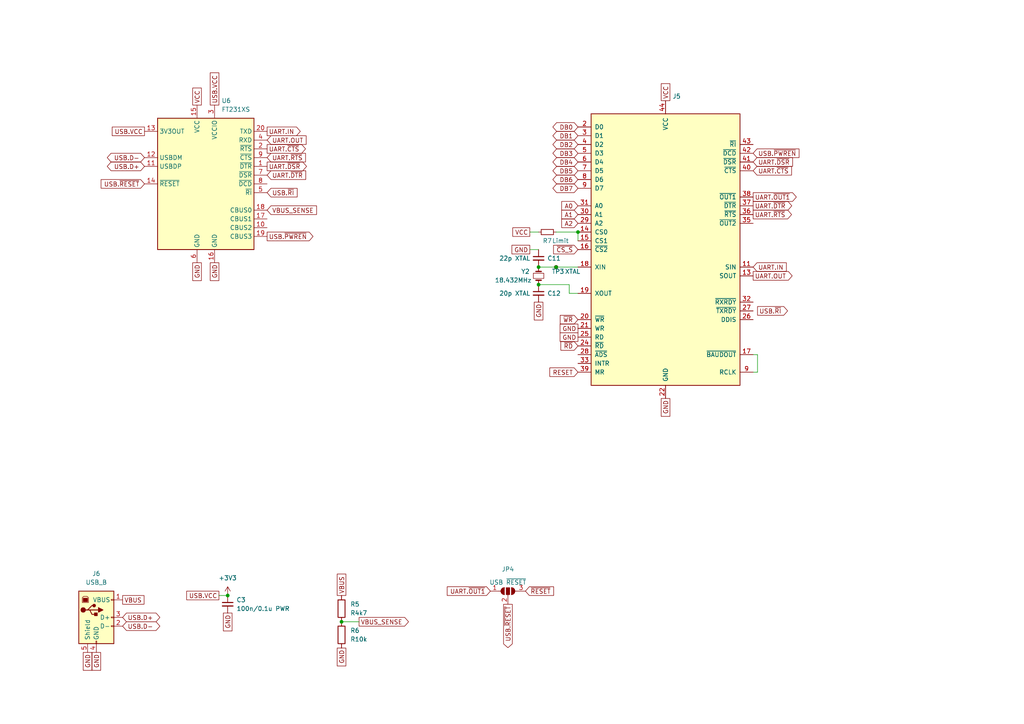
<source format=kicad_sch>
(kicad_sch (version 20211123) (generator eeschema)
  (paper "A4")
  (lib_symbols
    (symbol "16C550:16550" (pin_names (offset 1.016))
      (property "Reference" "U?" (at 2.0194 44.45 0))
      (property "Value" "16550" (at 2.0194 41.91 0))
      (symbol "16550_0_1"
        (rectangle (start -21.59 -39.37) (end 21.59 39.37) (stroke (width 0.254)) (fill (type background)))
      )
      (symbol "16550_1_1"
        (pin input line (at 25.4 -5.08 180) (length 3.81) (name "SIN") (number "11"))
        (pin output line (at 25.4 -7.62 180) (length 3.81) (name "SOUT") (number "13"))
        (pin input line (at -25.4 5.08 0) (length 3.81) (name "CS0") (number "14"))
        (pin input line (at -25.4 2.54 0) (length 3.81) (name "CS1") (number "15"))
        (pin input line (at -25.4 0 0) (length 3.81) (name "~{CS2}") (number "16"))
        (pin output line (at 25.4 -30.48 180) (length 3.81) (name "~{BAUDOUT}") (number "17"))
        (pin input line (at -25.4 -5.08 0) (length 3.81) (name "XIN") (number "18"))
        (pin output line (at -25.4 -12.7 0) (length 3.81) (name "XOUT") (number "19"))
        (pin bidirectional line (at -25.4 35.56 0) (length 3.81) (name "D0") (number "2"))
        (pin input line (at -25.4 -20.32 0) (length 3.81) (name "~{WR}") (number "20"))
        (pin input line (at -25.4 -22.86 0) (length 3.81) (name "WR") (number "21"))
        (pin power_in line (at 0 -43.18 90) (length 3.81) (name "GND") (number "22"))
        (pin input line (at -25.4 -27.94 0) (length 3.81) (name "~{RD}") (number "24"))
        (pin input line (at -25.4 -25.4 0) (length 3.81) (name "RD") (number "25"))
        (pin output line (at 25.4 -20.32 180) (length 3.81) (name "DDIS") (number "26"))
        (pin output line (at 25.4 -17.78 180) (length 3.81) (name "~{TXRDY}") (number "27"))
        (pin input line (at -25.4 -30.48 0) (length 3.81) (name "~{ADS}") (number "28"))
        (pin input line (at -25.4 7.62 0) (length 3.81) (name "A2") (number "29"))
        (pin bidirectional line (at -25.4 33.02 0) (length 3.81) (name "D1") (number "3"))
        (pin input line (at -25.4 10.16 0) (length 3.81) (name "A1") (number "30"))
        (pin input line (at -25.4 12.7 0) (length 3.81) (name "A0") (number "31"))
        (pin output line (at 25.4 -15.24 180) (length 3.81) (name "~{RXRDY}") (number "32"))
        (pin output line (at -25.4 -33.02 0) (length 3.81) (name "INTR") (number "33"))
        (pin output line (at 25.4 7.62 180) (length 3.81) (name "~{OUT2}") (number "35"))
        (pin output line (at 25.4 10.16 180) (length 3.81) (name "~{RTS}") (number "36"))
        (pin output line (at 25.4 12.7 180) (length 3.81) (name "~{DTR}") (number "37"))
        (pin output line (at 25.4 15.24 180) (length 3.81) (name "~{OUT1}") (number "38"))
        (pin input line (at -25.4 -35.56 0) (length 3.81) (name "MR") (number "39"))
        (pin bidirectional line (at -25.4 30.48 0) (length 3.81) (name "D2") (number "4"))
        (pin input line (at 25.4 22.86 180) (length 3.81) (name "~{CTS}") (number "40"))
        (pin input line (at 25.4 25.4 180) (length 3.81) (name "~{DSR}") (number "41"))
        (pin input line (at 25.4 27.94 180) (length 3.81) (name "~{DCD}") (number "42"))
        (pin input line (at 25.4 30.48 180) (length 3.81) (name "~{RI}") (number "43"))
        (pin power_in line (at 0 43.18 270) (length 3.81) (name "VCC") (number "44"))
        (pin bidirectional line (at -25.4 27.94 0) (length 3.81) (name "D3") (number "5"))
        (pin bidirectional line (at -25.4 25.4 0) (length 3.81) (name "D4") (number "6"))
        (pin bidirectional line (at -25.4 22.86 0) (length 3.81) (name "D5") (number "7"))
        (pin bidirectional line (at -25.4 20.32 0) (length 3.81) (name "D6") (number "8"))
        (pin bidirectional line (at -25.4 17.78 0) (length 3.81) (name "D7") (number "9"))
        (pin input line (at 25.4 -35.56 180) (length 3.81) (name "RCLK") (number "9"))
      )
    )
    (symbol "Connector:TestPoint_Small" (pin_numbers hide) (pin_names (offset 0.762) hide)
      (property "Reference" "TP" (at 0 3.81 0))
      (property "Value" "TestPoint_Small" (at 0 2.032 0))
      (symbol "TestPoint_Small_0_1"
        (circle (center 0 0) (radius 0.508))
      )
      (symbol "TestPoint_Small_1_1"
        (pin passive line (at 0 0 90) (length 0) (name "1") (number "1"))
      )
    )
    (symbol "Connector:USB_B" (pin_names (offset 1.016))
      (property "Reference" "J" (at -5.08 11.43 0))
      (property "Value" "USB_B" (at -5.08 8.89 0))
      (symbol "USB_B_0_1"
        (rectangle (start -5.08 -7.62) (end 5.08 7.62) (stroke (width 0.254)) (fill (type background)))
        (circle (center -3.81 2.159) (radius 0.635) (stroke (width 0.254)) (fill (type outline)))
        (rectangle (start -3.81 5.588) (end -2.54 4.572) (fill (type outline)))
        (circle (center -0.635 3.429) (radius 0.381) (stroke (width 0.254)) (fill (type outline)))
        (rectangle (start -0.127 -7.62) (end 0.127 -6.858))
        (polyline (pts (xy -1.905 2.159) (xy 0.635 2.159)) (stroke (width 0.254)))
        (polyline (pts (xy -3.175 2.159) (xy -2.54 2.159) (xy -1.27 3.429) (xy -0.635 3.429)) (stroke (width 0.254)))
        (polyline (pts (xy -2.54 2.159) (xy -1.905 2.159) (xy -1.27 0.889) (xy 0 0.889)) (stroke (width 0.254)))
        (polyline (pts (xy 0.635 2.794) (xy 0.635 1.524) (xy 1.905 2.159) (xy 0.635 2.794)) (stroke (width 0.254)) (fill (type outline)))
        (polyline (pts (xy -4.064 4.318) (xy -2.286 4.318) (xy -2.286 5.715) (xy -2.667 6.096) (xy -3.683 6.096) (xy -4.064 5.715) (xy -4.064 4.318)))
        (rectangle (start 0.254 1.27) (end -0.508 0.508) (stroke (width 0.254)) (fill (type outline)))
        (rectangle (start 5.08 -2.667) (end 4.318 -2.413))
        (rectangle (start 5.08 -0.127) (end 4.318 0.127))
        (rectangle (start 5.08 4.953) (end 4.318 5.207))
      )
      (symbol "USB_B_1_1"
        (pin power_out line (at 7.62 5.08 180) (length 2.54) (name "VBUS") (number "1"))
        (pin bidirectional line (at 7.62 -2.54 180) (length 2.54) (name "D-") (number "2"))
        (pin bidirectional line (at 7.62 0 180) (length 2.54) (name "D+") (number "3"))
        (pin power_out line (at 0 -10.16 90) (length 2.54) (name "GND") (number "4"))
        (pin passive line (at -2.54 -10.16 90) (length 2.54) (name "Shield") (number "5"))
      )
    )
    (symbol "Device:C_Small" (pin_numbers hide) (pin_names (offset 0.254) hide)
      (property "Reference" "C" (at 0.254 1.778 0))
      (property "Value" "C_Small" (at 0.254 -2.032 0))
      (symbol "C_Small_0_1"
        (polyline (pts (xy -1.524 -0.508) (xy 1.524 -0.508)) (stroke (width 0.3302)))
        (polyline (pts (xy -1.524 0.508) (xy 1.524 0.508)) (stroke (width 0.3048)))
      )
      (symbol "C_Small_1_1"
        (pin passive line (at 0 2.54 270) (length 2.032) (name "~") (number "1"))
        (pin passive line (at 0 -2.54 90) (length 2.032) (name "~") (number "2"))
      )
    )
    (symbol "Device:Crystal_Small" (pin_numbers hide) (pin_names (offset 1.016) hide)
      (property "Reference" "Y" (at 0 2.54 0))
      (property "Value" "Crystal_Small" (at 0 -2.54 0))
      (symbol "Crystal_Small_0_1"
        (rectangle (start -0.762 -1.524) (end 0.762 1.524))
        (polyline (pts (xy -1.27 -0.762) (xy -1.27 0.762)) (stroke (width 0.381)))
        (polyline (pts (xy 1.27 -0.762) (xy 1.27 0.762)) (stroke (width 0.381)))
      )
      (symbol "Crystal_Small_1_1"
        (pin passive line (at -2.54 0 0) (length 1.27) (name "1") (number "1"))
        (pin passive line (at 2.54 0 180) (length 1.27) (name "2") (number "2"))
      )
    )
    (symbol "Device:R" (pin_numbers hide) (pin_names (offset 0))
      (property "Reference" "R" (at 2.032 0 90))
      (property "Value" "R" (at 0 0 90))
      (symbol "R_0_1"
        (rectangle (start -1.016 -2.54) (end 1.016 2.54) (stroke (width 0.254)))
      )
      (symbol "R_1_1"
        (pin passive line (at 0 3.81 270) (length 1.27) (name "~") (number "1"))
        (pin passive line (at 0 -3.81 90) (length 1.27) (name "~") (number "2"))
      )
    )
    (symbol "Device:R_Small" (pin_numbers hide) (pin_names (offset 0.254) hide)
      (property "Reference" "R" (at 0.762 0.508 0))
      (property "Value" "R_Small" (at 0.762 -1.016 0))
      (symbol "R_Small_0_1"
        (rectangle (start -0.762 1.778) (end 0.762 -1.778) (stroke (width 0.2032)))
      )
      (symbol "R_Small_1_1"
        (pin passive line (at 0 2.54 270) (length 0.762) (name "~") (number "1"))
        (pin passive line (at 0 -2.54 90) (length 0.762) (name "~") (number "2"))
      )
    )
    (symbol "Interface_USB:FT231XS"
      (property "Reference" "U" (at -13.97 20.32 0))
      (property "Value" "FT231XS" (at 7.62 20.32 0))
      (symbol "FT231XS_0_1"
        (rectangle (start -13.97 19.05) (end 13.97 -19.05) (stroke (width 0.254)) (fill (type background)))
      )
      (symbol "FT231XS_1_1"
        (pin output line (at 17.78 5.08 180) (length 3.81) (name "~{DTR}") (number "1"))
        (pin bidirectional line (at 17.78 -12.7 180) (length 3.81) (name "CBUS2") (number "10"))
        (pin bidirectional line (at -17.78 5.08 0) (length 3.81) (name "USBDP") (number "11"))
        (pin bidirectional line (at -17.78 7.62 0) (length 3.81) (name "USBDM") (number "12"))
        (pin power_out line (at -17.78 15.24 0) (length 3.81) (name "3V3OUT") (number "13"))
        (pin input line (at -17.78 0 0) (length 3.81) (name "~{RESET}") (number "14"))
        (pin power_in line (at -2.54 22.86 270) (length 3.81) (name "VCC") (number "15"))
        (pin power_in line (at 2.54 -22.86 90) (length 3.81) (name "GND") (number "16"))
        (pin bidirectional line (at 17.78 -10.16 180) (length 3.81) (name "CBUS1") (number "17"))
        (pin bidirectional line (at 17.78 -7.62 180) (length 3.81) (name "CBUS0") (number "18"))
        (pin bidirectional line (at 17.78 -15.24 180) (length 3.81) (name "CBUS3") (number "19"))
        (pin output line (at 17.78 10.16 180) (length 3.81) (name "~{RTS}") (number "2"))
        (pin output line (at 17.78 15.24 180) (length 3.81) (name "TXD") (number "20"))
        (pin power_in line (at 2.54 22.86 270) (length 3.81) (name "VCCIO") (number "3"))
        (pin input line (at 17.78 12.7 180) (length 3.81) (name "RXD") (number "4"))
        (pin input line (at 17.78 -2.54 180) (length 3.81) (name "~{RI}") (number "5"))
        (pin power_in line (at -2.54 -22.86 90) (length 3.81) (name "GND") (number "6"))
        (pin input line (at 17.78 2.54 180) (length 3.81) (name "~{DSR}") (number "7"))
        (pin input line (at 17.78 0 180) (length 3.81) (name "~{DCD}") (number "8"))
        (pin input line (at 17.78 7.62 180) (length 3.81) (name "~{CTS}") (number "9"))
      )
    )
    (symbol "Jumper:SolderJumper_3_Open" (pin_names (offset 0) hide)
      (property "Reference" "JP" (at -2.54 -2.54 0))
      (property "Value" "SolderJumper_3_Open" (at 0 2.794 0))
      (symbol "SolderJumper_3_Open_0_1"
        (arc (start -1.016 1.016) (mid -2.032 0) (end -1.016 -1.016))
        (arc (start -1.016 1.016) (mid -2.032 0) (end -1.016 -1.016) (fill (type outline)))
        (rectangle (start -0.508 1.016) (end 0.508 -1.016) (fill (type outline)))
        (polyline (pts (xy -2.54 0) (xy -2.032 0)))
        (polyline (pts (xy -1.016 1.016) (xy -1.016 -1.016)))
        (polyline (pts (xy 0 -1.27) (xy 0 -1.016)))
        (polyline (pts (xy 1.016 1.016) (xy 1.016 -1.016)))
        (polyline (pts (xy 2.54 0) (xy 2.032 0)))
        (arc (start 1.016 -1.016) (mid 2.032 0) (end 1.016 1.016))
        (arc (start 1.016 -1.016) (mid 2.032 0) (end 1.016 1.016) (fill (type outline)))
      )
      (symbol "SolderJumper_3_Open_1_1"
        (pin passive line (at -5.08 0 0) (length 2.54) (name "A") (number "1"))
        (pin passive line (at 0 -3.81 90) (length 2.54) (name "C") (number "2"))
        (pin passive line (at 5.08 0 180) (length 2.54) (name "B") (number "3"))
      )
    )
    (symbol "power:+3.3V" (power) (pin_names (offset 0))
      (property "Value" "+3.3V" (at 0 3.556 0))
      (symbol "+3.3V_0_1"
        (polyline (pts (xy -0.762 1.27) (xy 0 2.54)))
        (polyline (pts (xy 0 0) (xy 0 2.54)))
        (polyline (pts (xy 0 2.54) (xy 0.762 1.27)))
      )
      (symbol "+3.3V_1_1"
        (pin power_in line (at 0 0 90) (length 0) hide (name "+3V3") (number "1"))
      )
    )
  )
  (junction (at 161.29 77.47))
  (junction (at 99.06 180.34))
  (junction (at 156.21 77.47))
  (junction (at 156.21 82.55))
  (junction (at 66.04 172.72))
  (junction (at 167.64 67.31))
  (wire (pts (xy 167.64 67.31) (xy 167.64 69.85)))
  (wire (pts (xy 99.06 180.34) (xy 104.14 180.34)))
  (wire (pts (xy 165.1 85.09) (xy 165.1 82.55)))
  (wire (pts (xy 218.44 102.87) (xy 219.71 102.87)))
  (wire (pts (xy 219.71 102.87) (xy 219.71 107.95)))
  (wire (pts (xy 153.67 72.39) (xy 156.21 72.39)))
  (wire (pts (xy 156.21 77.47) (xy 161.29 77.47)))
  (wire (pts (xy 153.67 67.31) (xy 156.21 67.31)))
  (wire (pts (xy 165.1 82.55) (xy 156.21 82.55)))
  (wire (pts (xy 161.29 77.47) (xy 167.64 77.47)))
  (wire (pts (xy 219.71 107.95) (xy 218.44 107.95)))
  (wire (pts (xy 63.5 172.72) (xy 66.04 172.72)))
  (wire (pts (xy 161.29 67.31) (xy 167.64 67.31)))
  (wire (pts (xy 167.64 85.09) (xy 165.1 85.09)))
  (global_label "UART.~{CTS}" (shape output) (at 77.47 43.18 0) (property "Intersheet References" "${INTERSHEET_REFS}" (effects hide)))
  (global_label "UART.~{OUT1}" (shape output) (at 218.44 57.15 0) (property "Intersheet References" "${INTERSHEET_REFS}" (effects hide)))
  (global_label "USB.~{RI}" (shape output) (at 219.71 90.17 0) (property "Intersheet References" "${INTERSHEET_REFS}" (effects hide)))
  (global_label "DB6" (shape bidirectional) (at 167.64 52.07 180) (property "Intersheet References" "${INTERSHEET_REFS}" (effects hide)))
  (global_label "UART.IN" (shape output) (at 77.47 38.1 0) (property "Intersheet References" "${INTERSHEET_REFS}" (effects hide)))
  (global_label "GND" (shape passive) (at 57.15 76.2 270) (property "Intersheet References" "${INTERSHEET_REFS}" (effects hide)))
  (global_label "GND" (shape passive) (at 99.06 187.96 270) (property "Intersheet References" "${INTERSHEET_REFS}" (effects hide)))
  (global_label "UART.IN" (shape input) (at 218.44 77.47 0) (property "Intersheet References" "${INTERSHEET_REFS}" (effects hide)))
  (global_label "VCC" (shape passive) (at 193.04 29.21 90) (property "Intersheet References" "${INTERSHEET_REFS}" (effects hide)))
  (global_label "USB.D+" (shape bidirectional) (at 35.56 179.07 0) (property "Intersheet References" "${INTERSHEET_REFS}" (effects hide)))
  (global_label "A1" (shape input) (at 167.64 62.23 180) (property "Intersheet References" "${INTERSHEET_REFS}" (effects hide)))
  (global_label "RESET" (shape input) (at 167.64 107.95 180) (property "Intersheet References" "${INTERSHEET_REFS}" (effects hide)))
  (global_label "UART.~{DSR}" (shape output) (at 77.47 48.26 0) (property "Intersheet References" "${INTERSHEET_REFS}" (effects hide)))
  (global_label "USB.D-" (shape bidirectional) (at 35.56 181.61 0) (property "Intersheet References" "${INTERSHEET_REFS}" (effects hide)))
  (global_label "USB.D-" (shape bidirectional) (at 41.91 45.72 180) (property "Intersheet References" "${INTERSHEET_REFS}" (effects hide)))
  (global_label "A0" (shape input) (at 167.64 59.69 180) (property "Intersheet References" "${INTERSHEET_REFS}" (effects hide)))
  (global_label "UART.~{DTR}" (shape output) (at 218.44 59.69 0) (property "Intersheet References" "${INTERSHEET_REFS}" (effects hide)))
  (global_label "DB3" (shape bidirectional) (at 167.64 44.45 180) (property "Intersheet References" "${INTERSHEET_REFS}" (effects hide)))
  (global_label "GND" (shape passive) (at 167.64 97.79 180) (property "Intersheet References" "${INTERSHEET_REFS}" (effects hide)))
  (global_label "USB.VCC" (shape passive) (at 62.23 30.48 90) (property "Intersheet References" "${INTERSHEET_REFS}" (effects hide)))
  (global_label "USB.~{RESET}" (shape output) (at 147.32 175.26 270) (property "Intersheet References" "${INTERSHEET_REFS}" (effects hide)))
  (global_label "UART.~{RTS}" (shape output) (at 218.44 62.23 0) (property "Intersheet References" "${INTERSHEET_REFS}" (effects hide)))
  (global_label "DB2" (shape bidirectional) (at 167.64 41.91 180) (property "Intersheet References" "${INTERSHEET_REFS}" (effects hide)))
  (global_label "UART.~{CTS}" (shape input) (at 218.44 49.53 0) (property "Intersheet References" "${INTERSHEET_REFS}" (effects hide)))
  (global_label "VBUS" (shape passive) (at 99.06 172.72 90) (property "Intersheet References" "${INTERSHEET_REFS}" (effects hide)))
  (global_label "A2" (shape input) (at 167.64 64.77 180) (property "Intersheet References" "${INTERSHEET_REFS}" (effects hide)))
  (global_label "UART.OUT" (shape output) (at 218.44 80.01 0) (property "Intersheet References" "${INTERSHEET_REFS}" (effects hide)))
  (global_label "DB7" (shape bidirectional) (at 167.64 54.61 180) (property "Intersheet References" "${INTERSHEET_REFS}" (effects hide)))
  (global_label "DB0" (shape bidirectional) (at 167.64 36.83 180) (property "Intersheet References" "${INTERSHEET_REFS}" (effects hide)))
  (global_label "UART.~{DTR}" (shape input) (at 77.47 50.8 0) (property "Intersheet References" "${INTERSHEET_REFS}" (effects hide)))
  (global_label "USB.VCC" (shape passive) (at 63.5 172.72 180) (property "Intersheet References" "${INTERSHEET_REFS}" (effects hide)))
  (global_label "VCC" (shape passive) (at 153.67 67.31 180) (property "Intersheet References" "${INTERSHEET_REFS}" (effects hide)))
  (global_label "USB.VCC" (shape passive) (at 41.91 38.1 180) (property "Intersheet References" "${INTERSHEET_REFS}" (effects hide)))
  (global_label "VBUS" (shape passive) (at 35.56 173.99 0) (property "Intersheet References" "${INTERSHEET_REFS}" (effects hide)))
  (global_label "UART.~{DSR}" (shape input) (at 218.44 46.99 0) (property "Intersheet References" "${INTERSHEET_REFS}" (effects hide)))
  (global_label "UART.OUT" (shape input) (at 77.47 40.64 0) (property "Intersheet References" "${INTERSHEET_REFS}" (effects hide)))
  (global_label "VBUS_SENSE" (shape output) (at 104.14 180.34 0) (property "Intersheet References" "${INTERSHEET_REFS}" (effects hide)))
  (global_label "GND" (shape passive) (at 62.23 76.2 270) (property "Intersheet References" "${INTERSHEET_REFS}" (effects hide)))
  (global_label "~{WR}" (shape input) (at 167.64 92.71 180) (property "Intersheet References" "${INTERSHEET_REFS}" (effects hide)))
  (global_label "GND" (shape passive) (at 25.4 189.23 270) (property "Intersheet References" "${INTERSHEET_REFS}" (effects hide)))
  (global_label "~{RD}" (shape input) (at 167.64 100.33 180) (property "Intersheet References" "${INTERSHEET_REFS}" (effects hide)))
  (global_label "USB.~{PWREN}" (shape input) (at 218.44 44.45 0) (property "Intersheet References" "${INTERSHEET_REFS}" (effects hide)))
  (global_label "USB.~{PWREN}" (shape output) (at 77.47 68.58 0) (property "Intersheet References" "${INTERSHEET_REFS}" (effects hide)))
  (global_label "GND" (shape passive) (at 193.04 115.57 270) (property "Intersheet References" "${INTERSHEET_REFS}" (effects hide)))
  (global_label "~{RESET}" (shape input) (at 152.4 171.45 0) (property "Intersheet References" "${INTERSHEET_REFS}" (effects hide)))
  (global_label "USB.~{RI}" (shape input) (at 77.47 55.88 0) (property "Intersheet References" "${INTERSHEET_REFS}" (effects hide)))
  (global_label "GND" (shape passive) (at 156.21 87.63 270) (property "Intersheet References" "${INTERSHEET_REFS}" (effects hide)))
  (global_label "DB5" (shape bidirectional) (at 167.64 49.53 180) (property "Intersheet References" "${INTERSHEET_REFS}" (effects hide)))
  (global_label "VCC" (shape passive) (at 57.15 30.48 90) (property "Intersheet References" "${INTERSHEET_REFS}" (effects hide)))
  (global_label "GND" (shape passive) (at 27.94 189.23 270) (property "Intersheet References" "${INTERSHEET_REFS}" (effects hide)))
  (global_label "UART.~{RTS}" (shape input) (at 77.47 45.72 0) (property "Intersheet References" "${INTERSHEET_REFS}" (effects hide)))
  (global_label "~{CS_S}" (shape input) (at 167.64 72.39 180) (property "Intersheet References" "${INTERSHEET_REFS}" (effects hide)))
  (global_label "DB4" (shape bidirectional) (at 167.64 46.99 180) (property "Intersheet References" "${INTERSHEET_REFS}" (effects hide)))
  (global_label "USB.D+" (shape bidirectional) (at 41.91 48.26 180) (property "Intersheet References" "${INTERSHEET_REFS}" (effects hide)))
  (global_label "VBUS_SENSE" (shape input) (at 77.47 60.96 0) (property "Intersheet References" "${INTERSHEET_REFS}" (effects hide)))
  (global_label "GND" (shape passive) (at 66.04 177.8 270) (property "Intersheet References" "${INTERSHEET_REFS}" (effects hide)))
  (global_label "DB1" (shape bidirectional) (at 167.64 39.37 180) (property "Intersheet References" "${INTERSHEET_REFS}" (effects hide)))
  (global_label "GND" (shape passive) (at 167.64 95.25 180) (property "Intersheet References" "${INTERSHEET_REFS}" (effects hide)))
  (global_label "GND" (shape passive) (at 153.67 72.39 180) (property "Intersheet References" "${INTERSHEET_REFS}" (effects hide)))
  (global_label "USB.~{RESET}" (shape input) (at 41.91 53.34 180) (property "Intersheet References" "${INTERSHEET_REFS}" (effects hide)))
  (global_label "UART.~{OUT1}" (shape input) (at 142.24 171.45 180) (property "Intersheet References" "${INTERSHEET_REFS}" (effects hide)))
  (symbol (lib_id "Device:R") (at 99.06 176.53 0) (unit 1)
    (property "Reference" "R5" (at 101.6 175.2599 0) (effects (justify left)))
    (property "Value" "R4k7" (at 101.6 177.7999 0) (effects (justify left)))
  )
  (symbol (lib_id "16C550:16550") (at 193.04 72.39 0) (unit 1)
    (property "Reference" "J5" (at 195.0594 27.94 0) (effects (justify left)))
    (property "Datasheet" "http://www.ti.com/lit/ds/symlink/pc16550d.pdf" (effects hide))
  )
  (symbol (lib_id "Device:Crystal_Small") (at 156.21 80.01 270) (unit 1)
    (property "Reference" "Y2" (at 151.13 78.74 90) (effects (justify left)))
    (property "Value" "18.432MHz" (at 143.51 81.28 90) (effects (justify left)))
    (property "Footprint" "Crystal:Crystal_SMD_0603-2Pin_6.0x3.5mm_HandSoldering" (effects hide))
  )
  (symbol (lib_id "Device:R") (at 99.06 184.15 0) (unit 1)
    (property "Reference" "R6" (at 101.6 182.8799 0) (effects (justify left)))
    (property "Value" "R10k" (at 101.6 185.4199 0) (effects (justify left)))
  )
  (symbol (lib_id "Interface_USB:FT231XS") (at 59.69 53.34 0) (unit 1)
    (property "Reference" "U6" (at 64.2494 29.21 0) (effects (justify left)))
    (property "Value" "FT231XS" (at 64.2494 31.75 0) (effects (justify left)))
    (property "Footprint" "Package_SO:SSOP-20_3.9x8.7mm_P0.635mm" (effects hide))
    (property "Datasheet" "https://www.ftdichip.com/Support/Documents/DataSheets/ICs/DS_FT231X.pdf" (effects hide))
  )
  (symbol (lib_id "Device:C_Small") (at 156.21 74.93 0) (unit 1)
    (property "Reference" "C11" (at 158.75 74.93 0) (effects (justify left)))
    (property "Value" "22p XTAL" (at 144.78 74.93 0) (effects (justify left)))
    (property "Footprint" "Capacitor_SMD:C_0805_2012Metric_Pad1.18x1.45mm_HandSolder" (effects hide))
    (property "Manufacturer_Part_Number" "C0805C220J1GACTU" (effects hide))
  )
  (symbol (lib_id "Connector:USB_B") (at 27.94 179.07 0) (unit 1)
    (property "Reference" "J6" (at 27.94 166.37 0))
    (property "Value" "USB_B" (at 27.94 168.91 0))
    (property "Footprint" "A-USB_B_SMT:AUSBBSMT" (effects hide))
    (property "Datasheet" "http://uk.rs-online.com/web/p/products/6741331P" (effects hide))
    (property "Allied_Number" "R1074095" (effects hide))
    (property "Manufacturer_Part_Number" "A-USB B/SMT" (effects hide))
    (property "RS Part Number" "6741331P" (effects hide))
    (property "RS Price/Stock" "http://uk.rs-online.com/web/p/products/6741331P" (effects hide))
  )
  (symbol (lib_id "Device:R_Small") (at 158.75 67.31 90) (unit 1)
    (property "Reference" "R7" (at 158.75 69.85 90))
    (property "Value" "Limit" (at 162.56 69.85 90))
    (property "Footprint" "Resistor_SMD:R_1206_3216Metric_Pad1.30x1.75mm_HandSolder" (effects hide))
    (property "Description" "1206 SMD 20 Kohms" (effects hide))
    (property "Mouser Part Number" "71-RCC120620K0FKEA" (effects hide))
  )
  (symbol (lib_id "Connector:TestPoint_Small") (at 161.29 77.47 0) (unit 1)
    (property "Reference" "TP3" (at 160.02 78.74 0) (effects (justify left)))
    (property "Value" "XTAL" (at 163.83 78.74 0) (effects (justify left)))
    (property "Footprint" "TestPoint:TestPoint_Pad_1.0x1.0mm" (effects hide))
  )
  (symbol (lib_id "power:+3.3V") (at 66.04 172.72 0) (unit 1)
    (property "Reference" "#PWR0101" (effects hide))
    (property "Value" "+3.3V" (at 66.04 167.64 0))
  )
  (symbol (lib_id "Device:C_Small") (at 66.04 175.26 0) (unit 1)
    (property "Reference" "C3" (at 68.58 173.9962 0) (effects (justify left)))
    (property "Value" "100n/0.1u PWR" (at 68.58 176.5362 0) (effects (justify left)))
    (property "Footprint" "Capacitor_SMD:C_1206_3216Metric_Pad1.33x1.80mm_HandSolder" (effects hide))
    (property "Mouser Part Number" "80-C1206X104G4HACTU" (effects hide))
  )
  (symbol (lib_id "Device:C_Small") (at 156.21 85.09 0) (unit 1)
    (property "Reference" "C12" (at 158.75 85.09 0) (effects (justify left)))
    (property "Value" "20p XTAL" (at 144.78 85.09 0) (effects (justify left)))
    (property "Footprint" "Capacitor_SMD:C_0805_2012Metric_Pad1.18x1.45mm_HandSolder" (effects hide))
    (property "Manufacturer_Part_Number" "C0805C220J1GACTU" (effects hide))
  )
  (symbol (lib_id "Jumper:SolderJumper_3_Open") (at 147.32 171.45 0) (unit 1)
    (property "Reference" "JP4" (at 147.32 165.1 0))
    (property "Value" "USB ~{RESET}" (at 147.32 168.91 0))
    (property "Footprint" "Jumper:SolderJumper-3_P1.3mm_Open_RoundedPad1.0x1.5mm" (effects hide))
  )
)
</source>
